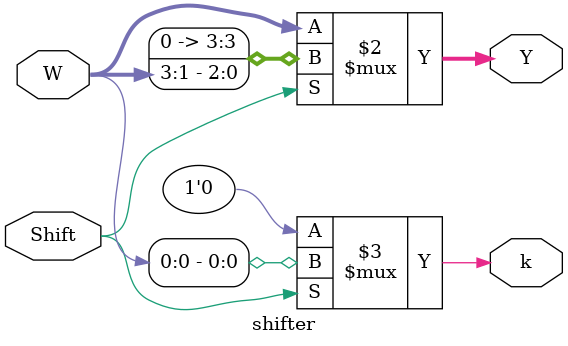
<source format=sv>
module shifter (W, Shift, Y , k); //figure4.54.v
	input [3:0] W;
	input Shift;
	output [3:0] Y;
	output k;
	
    assign Y = Shift ? (W>>1) : W;

    assign k = Shift ? W[0] : 1'b0;

endmodule


</source>
